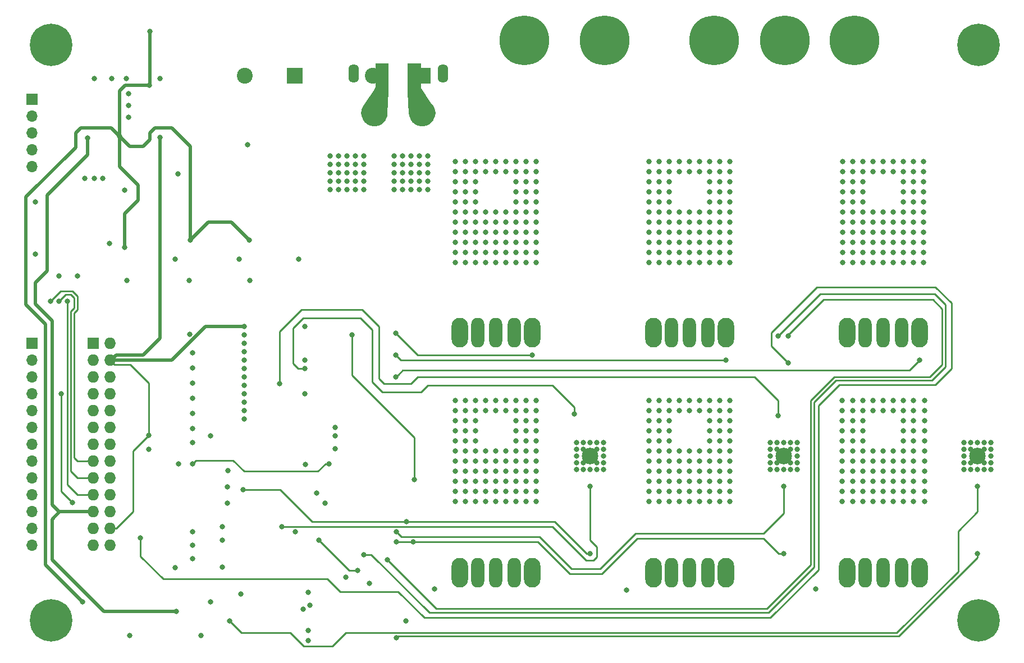
<source format=gbr>
G04 #@! TF.GenerationSoftware,KiCad,Pcbnew,(5.1.5)-3*
G04 #@! TF.CreationDate,2020-12-06T21:02:03-03:00*
G04 #@! TF.ProjectId,InversorPMSM,496e7665-7273-46f7-9250-4d534d2e6b69,rev?*
G04 #@! TF.SameCoordinates,Original*
G04 #@! TF.FileFunction,Copper,L3,Inr*
G04 #@! TF.FilePolarity,Positive*
%FSLAX46Y46*%
G04 Gerber Fmt 4.6, Leading zero omitted, Abs format (unit mm)*
G04 Created by KiCad (PCBNEW (5.1.5)-3) date 2020-12-06 21:02:03*
%MOMM*%
%LPD*%
G04 APERTURE LIST*
%ADD10O,1.600000X2.800000*%
%ADD11C,2.200000*%
%ADD12C,0.150000*%
%ADD13C,2.400000*%
%ADD14R,2.400000X2.400000*%
%ADD15O,1.700000X1.700000*%
%ADD16R,1.700000X1.700000*%
%ADD17C,0.800000*%
%ADD18C,7.500000*%
%ADD19C,6.400000*%
%ADD20O,1.727200X1.727200*%
%ADD21R,1.727200X1.727200*%
%ADD22O,2.000000X4.500000*%
%ADD23O,2.500000X4.500000*%
%ADD24C,2.500000*%
%ADD25C,0.250000*%
%ADD26C,0.500000*%
G04 APERTURE END LIST*
D10*
X147847000Y-68422000D03*
X134347000Y-68422000D03*
D11*
X138557000Y-71247000D03*
X143637000Y-71247000D03*
G04 #@! TA.AperFunction,ViaPad*
D12*
G36*
X139606755Y-66943461D02*
G01*
X139616134Y-66946306D01*
X139624779Y-66950927D01*
X139632355Y-66957145D01*
X139638573Y-66964721D01*
X139643194Y-66973366D01*
X139646039Y-66982745D01*
X139647000Y-66992500D01*
X139647000Y-71247000D01*
X139646280Y-71254304D01*
X139648974Y-71261058D01*
X139650760Y-71270695D01*
X139650880Y-71277399D01*
X139495940Y-74424459D01*
X139494591Y-74433541D01*
X139494591Y-74520135D01*
X139475353Y-74715461D01*
X139437063Y-74907960D01*
X139380088Y-75095780D01*
X139304979Y-75277110D01*
X139212457Y-75450205D01*
X139103415Y-75613399D01*
X138978902Y-75765118D01*
X138840118Y-75903902D01*
X138688399Y-76028415D01*
X138525205Y-76137457D01*
X138352110Y-76229979D01*
X138170780Y-76305088D01*
X137982960Y-76362063D01*
X137790461Y-76400353D01*
X137595135Y-76419591D01*
X137398865Y-76419591D01*
X137203539Y-76400353D01*
X137011040Y-76362063D01*
X136823220Y-76305088D01*
X136641890Y-76229979D01*
X136468795Y-76137457D01*
X136305601Y-76028415D01*
X136153882Y-75903902D01*
X136015098Y-75765118D01*
X135890585Y-75613399D01*
X135781543Y-75450205D01*
X135689021Y-75277110D01*
X135613912Y-75095780D01*
X135556937Y-74907960D01*
X135518647Y-74715461D01*
X135499409Y-74520135D01*
X135499409Y-74323865D01*
X135518647Y-74128539D01*
X135556937Y-73936040D01*
X135613912Y-73748220D01*
X135689021Y-73566890D01*
X135715688Y-73517000D01*
X135715833Y-73516408D01*
X135721546Y-73505043D01*
X135724116Y-73501232D01*
X135781543Y-73393795D01*
X135890585Y-73230601D01*
X135980640Y-73120869D01*
X137563046Y-70774543D01*
X137569297Y-70766993D01*
X137576901Y-70760807D01*
X137588689Y-70755066D01*
X137664860Y-70729676D01*
X137664860Y-66992500D01*
X137665821Y-66982745D01*
X137668666Y-66973366D01*
X137673287Y-66964721D01*
X137679505Y-66957145D01*
X137687081Y-66950927D01*
X137695726Y-66946306D01*
X137705105Y-66943461D01*
X137714860Y-66942500D01*
X139597000Y-66942500D01*
X139606755Y-66943461D01*
G37*
G04 #@! TD.AperFunction*
G04 #@! TA.AperFunction,ViaPad*
G36*
X144472255Y-66943461D02*
G01*
X144481634Y-66946306D01*
X144490279Y-66950927D01*
X144497855Y-66957145D01*
X144504073Y-66964721D01*
X144508694Y-66973366D01*
X144511539Y-66982745D01*
X144512500Y-66992500D01*
X144512500Y-70616432D01*
X144531195Y-70632975D01*
X144539543Y-70642506D01*
X146179298Y-73079365D01*
X146303415Y-73230601D01*
X146412457Y-73393795D01*
X146504979Y-73566890D01*
X146580088Y-73748220D01*
X146637063Y-73936040D01*
X146675353Y-74128539D01*
X146694591Y-74323865D01*
X146694591Y-74520135D01*
X146675353Y-74715461D01*
X146637063Y-74907960D01*
X146580088Y-75095780D01*
X146504979Y-75277110D01*
X146412457Y-75450205D01*
X146303415Y-75613399D01*
X146178902Y-75765118D01*
X146040118Y-75903902D01*
X145888399Y-76028415D01*
X145725205Y-76137457D01*
X145552110Y-76229979D01*
X145370780Y-76305088D01*
X145182960Y-76362063D01*
X144990461Y-76400353D01*
X144795135Y-76419591D01*
X144598865Y-76419591D01*
X144403539Y-76400353D01*
X144211040Y-76362063D01*
X144023220Y-76305088D01*
X143841890Y-76229979D01*
X143668795Y-76137457D01*
X143505601Y-76028415D01*
X143353882Y-75903902D01*
X143215098Y-75765118D01*
X143090585Y-75613399D01*
X142981543Y-75450205D01*
X142889021Y-75277110D01*
X142813912Y-75095780D01*
X142756937Y-74907960D01*
X142718647Y-74715461D01*
X142704661Y-74573463D01*
X142701931Y-74568434D01*
X142699025Y-74559073D01*
X142698058Y-74551411D01*
X142539944Y-71276188D01*
X142538787Y-71274779D01*
X142534166Y-71266134D01*
X142531321Y-71256755D01*
X142530360Y-71247000D01*
X142530360Y-66992500D01*
X142531321Y-66982745D01*
X142534166Y-66973366D01*
X142538787Y-66964721D01*
X142545005Y-66957145D01*
X142552581Y-66950927D01*
X142561226Y-66946306D01*
X142570605Y-66943461D01*
X142580360Y-66942500D01*
X144462500Y-66942500D01*
X144472255Y-66943461D01*
G37*
G04 #@! TD.AperFunction*
D13*
X137280000Y-68834000D03*
D14*
X144780000Y-68834000D03*
D15*
X85852000Y-139700000D03*
X85852000Y-137160000D03*
X85852000Y-134620000D03*
X85852000Y-132080000D03*
X85852000Y-129540000D03*
X85852000Y-127000000D03*
X85852000Y-124460000D03*
X85852000Y-121920000D03*
X85852000Y-119380000D03*
X85852000Y-116840000D03*
X85852000Y-114300000D03*
X85852000Y-111760000D03*
D16*
X85852000Y-109220000D03*
D17*
X211836000Y-61595000D03*
X209931000Y-60706000D03*
X208026000Y-61595000D03*
X207264000Y-63500000D03*
X208026000Y-65405000D03*
X209931000Y-66294000D03*
X211836000Y-65405000D03*
X212725000Y-63500000D03*
D18*
X209931000Y-63500000D03*
D17*
X201295000Y-61595000D03*
X199390000Y-60706000D03*
X197485000Y-61595000D03*
X196723000Y-63500000D03*
X197485000Y-65405000D03*
X199390000Y-66294000D03*
X201295000Y-65405000D03*
X202184000Y-63500000D03*
D18*
X199390000Y-63500000D03*
D17*
X174117000Y-61595000D03*
X172212000Y-60706000D03*
X170307000Y-61595000D03*
X169545000Y-63500000D03*
X170307000Y-65405000D03*
X172212000Y-66294000D03*
X174117000Y-65405000D03*
X175006000Y-63500000D03*
D18*
X172212000Y-63500000D03*
D17*
X190627000Y-61595000D03*
X188722000Y-60706000D03*
X186817000Y-61595000D03*
X186055000Y-63500000D03*
X186817000Y-65405000D03*
X188722000Y-66294000D03*
X190627000Y-65405000D03*
X191516000Y-63500000D03*
D18*
X188722000Y-63500000D03*
D17*
X162052000Y-61595000D03*
X160147000Y-60706000D03*
X158242000Y-61595000D03*
X157480000Y-63500000D03*
X158242000Y-65405000D03*
X160147000Y-66294000D03*
X162052000Y-65405000D03*
X162941000Y-63500000D03*
D18*
X160147000Y-63500000D03*
D14*
X125476000Y-68834000D03*
D13*
X117976000Y-68834000D03*
D15*
X85852000Y-82550000D03*
X85852000Y-80010000D03*
X85852000Y-77470000D03*
X85852000Y-74930000D03*
D16*
X85852000Y-72390000D03*
D17*
X90470056Y-149305944D03*
X88773000Y-148603000D03*
X87075944Y-149305944D03*
X86373000Y-151003000D03*
X87075944Y-152700056D03*
X88773000Y-153403000D03*
X90470056Y-152700056D03*
X91173000Y-151003000D03*
D19*
X88773000Y-151003000D03*
D17*
X90470056Y-62437944D03*
X88773000Y-61735000D03*
X87075944Y-62437944D03*
X86373000Y-64135000D03*
X87075944Y-65832056D03*
X88773000Y-66535000D03*
X90470056Y-65832056D03*
X91173000Y-64135000D03*
D19*
X88773000Y-64135000D03*
D17*
X230297056Y-62437944D03*
X228600000Y-61735000D03*
X226902944Y-62437944D03*
X226200000Y-64135000D03*
X226902944Y-65832056D03*
X228600000Y-66535000D03*
X230297056Y-65832056D03*
X231000000Y-64135000D03*
D19*
X228600000Y-64135000D03*
D17*
X230297056Y-149305944D03*
X228600000Y-148603000D03*
X226902944Y-149305944D03*
X226200000Y-151003000D03*
X226902944Y-152700056D03*
X228600000Y-153403000D03*
X230297056Y-152700056D03*
X231000000Y-151003000D03*
D19*
X228600000Y-151003000D03*
D20*
X97663000Y-139700000D03*
X95123000Y-139700000D03*
X97663000Y-137160000D03*
X95123000Y-137160000D03*
X97663000Y-134620000D03*
X95123000Y-134620000D03*
X97663000Y-132080000D03*
X95123000Y-132080000D03*
X97663000Y-129540000D03*
X95123000Y-129540000D03*
X97663000Y-127000000D03*
X95123000Y-127000000D03*
X97663000Y-124460000D03*
X95123000Y-124460000D03*
X97663000Y-121920000D03*
X95123000Y-121920000D03*
X97663000Y-119380000D03*
X95123000Y-119380000D03*
X97663000Y-116840000D03*
X95123000Y-116840000D03*
X97663000Y-114300000D03*
X95123000Y-114300000D03*
X97663000Y-111760000D03*
X95123000Y-111760000D03*
X97663000Y-109220000D03*
D21*
X95123000Y-109220000D03*
D22*
X216989000Y-143811500D03*
X211509000Y-143811500D03*
D23*
X208788000Y-143811500D03*
D22*
X214238000Y-143811500D03*
D23*
X219688000Y-143811500D03*
D22*
X216989000Y-107616500D03*
X211509000Y-107616500D03*
D23*
X208788000Y-107616500D03*
D22*
X214238000Y-107616500D03*
D23*
X219688000Y-107616500D03*
D22*
X187779000Y-143811500D03*
X182299000Y-143811500D03*
D23*
X179578000Y-143811500D03*
D22*
X185028000Y-143811500D03*
D23*
X190478000Y-143811500D03*
D22*
X187779000Y-107616500D03*
X182299000Y-107616500D03*
D23*
X179578000Y-107616500D03*
D22*
X185028000Y-107616500D03*
D23*
X190478000Y-107616500D03*
D22*
X158569000Y-143811500D03*
X153089000Y-143811500D03*
D23*
X150368000Y-143811500D03*
D22*
X155818000Y-143811500D03*
D23*
X161268000Y-143811500D03*
D22*
X158569000Y-107616500D03*
X153089000Y-107616500D03*
D23*
X150368000Y-107616500D03*
D22*
X155818000Y-107616500D03*
D23*
X161268000Y-107616500D03*
D17*
X125603000Y-137668000D03*
X115380000Y-128397000D03*
X127000000Y-106680000D03*
X115284500Y-130905500D03*
X127000000Y-111760000D03*
X115316000Y-133287000D03*
X127000000Y-116840000D03*
X158877000Y-97028000D03*
X157353000Y-97028000D03*
X155829000Y-97028000D03*
X154305000Y-97028000D03*
X149733000Y-97028000D03*
X152781000Y-97028000D03*
X151257000Y-97028000D03*
X160401000Y-97028000D03*
X161925000Y-97028000D03*
X152781000Y-95504000D03*
X155829000Y-95504000D03*
X157353000Y-95504000D03*
X158877000Y-95504000D03*
X151257000Y-95504000D03*
X149733000Y-95504000D03*
X154305000Y-95504000D03*
X160401000Y-95504000D03*
X161925000Y-95504000D03*
X152781000Y-93980000D03*
X157353000Y-93980000D03*
X158877000Y-93980000D03*
X151257000Y-93980000D03*
X161925000Y-93980000D03*
X154305000Y-93980000D03*
X155829000Y-93980000D03*
X160401000Y-93980000D03*
X149733000Y-93980000D03*
X157353000Y-92456000D03*
X155829000Y-92456000D03*
X154305000Y-92456000D03*
X160401000Y-92456000D03*
X158877000Y-92456000D03*
X152781000Y-92456000D03*
X161925000Y-92456000D03*
X151257000Y-92456000D03*
X149733000Y-92456000D03*
X152781000Y-90932000D03*
X161925000Y-90932000D03*
X160401000Y-90932000D03*
X155829000Y-90932000D03*
X149733000Y-90932000D03*
X151257000Y-90932000D03*
X157353000Y-90932000D03*
X158877000Y-90932000D03*
X154305000Y-90932000D03*
X151257000Y-89408000D03*
X154305000Y-89408000D03*
X155829000Y-89408000D03*
X157353000Y-89408000D03*
X149733000Y-89408000D03*
X158877000Y-89408000D03*
X160401000Y-89408000D03*
X161925000Y-89408000D03*
X152781000Y-89408000D03*
X161925000Y-87884000D03*
X158877000Y-87884000D03*
X152781000Y-87884000D03*
X149733000Y-87884000D03*
X151257000Y-87884000D03*
X160401000Y-87884000D03*
X152781000Y-86360000D03*
X151257000Y-86360000D03*
X149733000Y-86360000D03*
X161925000Y-86360000D03*
X158877000Y-86360000D03*
X160401000Y-86360000D03*
X149733000Y-84836000D03*
X151257000Y-84836000D03*
X158877000Y-84836000D03*
X161925000Y-84836000D03*
X160401000Y-84836000D03*
X152781000Y-84836000D03*
X158877000Y-83312000D03*
X152781000Y-83312000D03*
X149733000Y-83312000D03*
X160401000Y-83312000D03*
X151257000Y-83312000D03*
X161925000Y-83312000D03*
X157353000Y-83312000D03*
X154305000Y-83312000D03*
X155829000Y-83312000D03*
X158877000Y-81788000D03*
X152781000Y-81788000D03*
X154305000Y-81788000D03*
X149733000Y-81788000D03*
X160401000Y-81788000D03*
X151257000Y-81788000D03*
X155829000Y-81788000D03*
X157353000Y-81788000D03*
X161925000Y-81788000D03*
X181991000Y-97028000D03*
X185039000Y-97028000D03*
X186563000Y-97028000D03*
X188087000Y-97028000D03*
X180467000Y-97028000D03*
X178943000Y-97028000D03*
X183515000Y-97028000D03*
X189611000Y-97028000D03*
X191135000Y-97028000D03*
X181991000Y-95504000D03*
X186563000Y-95504000D03*
X186563000Y-93980000D03*
X185039000Y-93980000D03*
X188087000Y-95504000D03*
X183515000Y-93980000D03*
X189611000Y-93980000D03*
X188087000Y-93980000D03*
X181991000Y-93980000D03*
X180467000Y-95504000D03*
X191135000Y-95504000D03*
X183515000Y-95504000D03*
X191135000Y-93980000D03*
X180467000Y-93980000D03*
X185039000Y-95504000D03*
X178943000Y-93980000D03*
X189611000Y-95504000D03*
X178943000Y-95504000D03*
X191135000Y-89408000D03*
X181991000Y-92456000D03*
X186563000Y-89408000D03*
X188087000Y-89408000D03*
X180467000Y-90932000D03*
X183515000Y-90932000D03*
X191135000Y-92456000D03*
X185039000Y-90932000D03*
X181991000Y-89408000D03*
X189611000Y-92456000D03*
X186563000Y-90932000D03*
X183515000Y-89408000D03*
X178943000Y-89408000D03*
X178943000Y-90932000D03*
X188087000Y-90932000D03*
X185039000Y-92456000D03*
X180467000Y-89408000D03*
X189611000Y-89408000D03*
X185039000Y-89408000D03*
X178943000Y-92456000D03*
X180467000Y-92456000D03*
X189611000Y-90932000D03*
X191135000Y-90932000D03*
X186563000Y-92456000D03*
X181991000Y-90932000D03*
X188087000Y-92456000D03*
X183515000Y-92456000D03*
X188087000Y-84836000D03*
X188087000Y-83312000D03*
X178943000Y-86360000D03*
X181991000Y-87884000D03*
X181991000Y-84836000D03*
X181991000Y-83312000D03*
X178943000Y-84836000D03*
X183515000Y-83312000D03*
X178943000Y-83312000D03*
X189611000Y-83312000D03*
X180467000Y-87884000D03*
X180467000Y-83312000D03*
X178943000Y-87884000D03*
X185039000Y-83312000D03*
X191135000Y-87884000D03*
X180467000Y-86360000D03*
X189611000Y-84836000D03*
X180467000Y-84836000D03*
X186563000Y-83312000D03*
X188087000Y-86360000D03*
X188087000Y-87884000D03*
X191135000Y-84836000D03*
X191135000Y-86360000D03*
X189611000Y-86360000D03*
X191135000Y-83312000D03*
X181991000Y-86360000D03*
X189611000Y-87884000D03*
X185039000Y-81788000D03*
X186563000Y-81788000D03*
X178943000Y-81788000D03*
X183515000Y-81788000D03*
X189611000Y-81788000D03*
X180467000Y-81788000D03*
X188087000Y-81788000D03*
X181991000Y-81788000D03*
X191135000Y-81788000D03*
X211201000Y-97028000D03*
X214249000Y-97028000D03*
X215773000Y-97028000D03*
X217297000Y-97028000D03*
X209677000Y-97028000D03*
X208153000Y-97028000D03*
X212725000Y-97028000D03*
X218821000Y-97028000D03*
X220345000Y-97028000D03*
X211201000Y-95504000D03*
X215773000Y-95504000D03*
X215773000Y-93980000D03*
X214249000Y-93980000D03*
X217297000Y-95504000D03*
X212725000Y-93980000D03*
X218821000Y-93980000D03*
X217297000Y-93980000D03*
X211201000Y-93980000D03*
X209677000Y-95504000D03*
X220345000Y-95504000D03*
X212725000Y-95504000D03*
X220345000Y-93980000D03*
X209677000Y-93980000D03*
X214249000Y-95504000D03*
X208153000Y-93980000D03*
X218821000Y-95504000D03*
X208153000Y-95504000D03*
X220345000Y-89408000D03*
X211201000Y-92456000D03*
X215773000Y-89408000D03*
X217297000Y-89408000D03*
X209677000Y-90932000D03*
X212725000Y-90932000D03*
X220345000Y-92456000D03*
X214249000Y-90932000D03*
X211201000Y-89408000D03*
X218821000Y-92456000D03*
X215773000Y-90932000D03*
X212725000Y-89408000D03*
X208153000Y-89408000D03*
X208153000Y-90932000D03*
X217297000Y-90932000D03*
X214249000Y-92456000D03*
X209677000Y-89408000D03*
X218821000Y-89408000D03*
X214249000Y-89408000D03*
X208153000Y-92456000D03*
X209677000Y-92456000D03*
X218821000Y-90932000D03*
X220345000Y-90932000D03*
X215773000Y-92456000D03*
X211201000Y-90932000D03*
X217297000Y-92456000D03*
X212725000Y-92456000D03*
X217297000Y-84836000D03*
X217297000Y-83312000D03*
X208153000Y-86360000D03*
X211201000Y-87884000D03*
X211201000Y-84836000D03*
X211201000Y-83312000D03*
X208153000Y-84836000D03*
X212725000Y-83312000D03*
X208153000Y-83312000D03*
X218821000Y-83312000D03*
X209677000Y-87884000D03*
X209677000Y-83312000D03*
X208153000Y-87884000D03*
X214249000Y-83312000D03*
X220345000Y-87884000D03*
X209677000Y-86360000D03*
X218821000Y-84836000D03*
X209677000Y-84836000D03*
X215773000Y-83312000D03*
X217297000Y-86360000D03*
X217297000Y-87884000D03*
X220345000Y-84836000D03*
X220345000Y-86360000D03*
X218821000Y-86360000D03*
X220345000Y-83312000D03*
X211201000Y-86360000D03*
X218821000Y-87884000D03*
X214249000Y-81788000D03*
X215773000Y-81788000D03*
X208153000Y-81788000D03*
X212725000Y-81788000D03*
X218821000Y-81788000D03*
X209677000Y-81788000D03*
X217297000Y-81788000D03*
X211201000Y-81788000D03*
X220345000Y-81788000D03*
X170053000Y-140970000D03*
X199263000Y-140970000D03*
X228473000Y-140970000D03*
X170053000Y-130810000D03*
X170053000Y-128270000D03*
X199263000Y-128270000D03*
X228473000Y-128270000D03*
X228473000Y-130810000D03*
D24*
X199263000Y-126238000D03*
X170053000Y-126238000D03*
X228473000Y-126238000D03*
D17*
X123571000Y-136906000D03*
X127508000Y-154051000D03*
X127508000Y-146812000D03*
X127508000Y-152527000D03*
X126746000Y-149352000D03*
X212725000Y-131572000D03*
X211201000Y-131572000D03*
X214249000Y-131572000D03*
X215773000Y-131572000D03*
X218821000Y-131572000D03*
X209677000Y-131572000D03*
X217297000Y-131572000D03*
X220472000Y-131572000D03*
X208026000Y-131572000D03*
X217297000Y-119380000D03*
X211201000Y-119380000D03*
X218821000Y-119380000D03*
X208026000Y-119380000D03*
X209677000Y-119380000D03*
X220472000Y-119380000D03*
X218821000Y-117856000D03*
X217297000Y-117856000D03*
X211201000Y-117856000D03*
X209677000Y-117856000D03*
X208026000Y-117856000D03*
X220472000Y-117856000D03*
X209677000Y-133096000D03*
X217297000Y-133096000D03*
X208026000Y-133096000D03*
X218821000Y-133096000D03*
X220472000Y-133096000D03*
X212725000Y-133096000D03*
X214249000Y-133096000D03*
X211201000Y-133096000D03*
X215773000Y-133096000D03*
X211201000Y-130048000D03*
X212725000Y-130048000D03*
X215773000Y-130048000D03*
X214249000Y-130048000D03*
X220472000Y-130048000D03*
X217297000Y-130048000D03*
X209677000Y-130048000D03*
X208026000Y-130048000D03*
X218821000Y-130048000D03*
X209677000Y-128524000D03*
X217297000Y-128524000D03*
X220472000Y-128524000D03*
X208026000Y-128524000D03*
X211201000Y-128524000D03*
X218821000Y-128524000D03*
X212725000Y-128524000D03*
X215773000Y-128524000D03*
X214249000Y-128524000D03*
X217297000Y-127000000D03*
X214249000Y-127000000D03*
X211201000Y-127000000D03*
X212725000Y-127000000D03*
X208026000Y-127000000D03*
X220472000Y-127000000D03*
X215773000Y-127000000D03*
X218821000Y-127000000D03*
X209677000Y-127000000D03*
X215773000Y-125476000D03*
X211201000Y-125476000D03*
X208026000Y-125476000D03*
X218821000Y-125476000D03*
X209677000Y-125476000D03*
X217297000Y-125476000D03*
X220472000Y-125476000D03*
X214249000Y-125476000D03*
X212725000Y-125476000D03*
X208026000Y-123952000D03*
X211201000Y-123952000D03*
X218821000Y-123952000D03*
X217297000Y-123952000D03*
X209677000Y-123952000D03*
X220472000Y-123952000D03*
X208026000Y-122428000D03*
X217297000Y-122428000D03*
X209677000Y-122428000D03*
X117094000Y-96520000D03*
X126110992Y-96520000D03*
X107442000Y-96520000D03*
X86360000Y-87884000D03*
X198374000Y-108077000D03*
X130810000Y-85979000D03*
X140462000Y-82169000D03*
X145542000Y-83439000D03*
X141732000Y-84709000D03*
X143002000Y-82169000D03*
X144272000Y-83439000D03*
X141732000Y-83439000D03*
X140462000Y-85979000D03*
X141732000Y-82169000D03*
X144272000Y-85979000D03*
X145542000Y-82169000D03*
X145542000Y-85979000D03*
X144272000Y-82169000D03*
X145542000Y-84709000D03*
X143002000Y-85979000D03*
X143002000Y-84709000D03*
X141732000Y-85979000D03*
X140462000Y-83439000D03*
X140462000Y-84709000D03*
X144272000Y-84709000D03*
X143002000Y-83439000D03*
X140462000Y-80899000D03*
X141732000Y-80899000D03*
X144272000Y-80899000D03*
X143002000Y-80899000D03*
X145542000Y-80899000D03*
X107416500Y-143027500D03*
X100584000Y-153289000D03*
X97917000Y-69215000D03*
X118364000Y-79248000D03*
X117856000Y-107950000D03*
X109634952Y-107856952D03*
X110109000Y-110617000D03*
X117856000Y-109220000D03*
X110109000Y-112903000D03*
X117856000Y-110490000D03*
X110109000Y-115189000D03*
X117856000Y-111760000D03*
X110109000Y-117475000D03*
X117856000Y-113030000D03*
X110109000Y-119761000D03*
X117856000Y-114300000D03*
X107905500Y-83648500D03*
X107583000Y-149620000D03*
X94234000Y-78232000D03*
X99060000Y-77978000D03*
X103632000Y-62103000D03*
X109768000Y-93599000D03*
X99822000Y-94742000D03*
X112776000Y-148209000D03*
X93472000Y-148209000D03*
X118618000Y-93599000D03*
X103530500Y-70256500D03*
X110109000Y-127381000D03*
X135001000Y-143510000D03*
X129159000Y-138938000D03*
X130683000Y-127381000D03*
X114554000Y-136906000D03*
X128778000Y-131826000D03*
X114554000Y-138938000D03*
X117348000Y-147066000D03*
X220472000Y-122428000D03*
X211201000Y-122428000D03*
X218821000Y-122428000D03*
X211201000Y-120904000D03*
X217297000Y-120904000D03*
X220472000Y-120904000D03*
X209677000Y-120904000D03*
X218821000Y-120904000D03*
X208026000Y-120904000D03*
X181991000Y-131572000D03*
X186563000Y-131572000D03*
X188087000Y-131572000D03*
X180467000Y-131572000D03*
X191135000Y-131572000D03*
X183515000Y-131572000D03*
X185039000Y-131572000D03*
X189611000Y-131572000D03*
X178943000Y-131572000D03*
X188087000Y-119380000D03*
X181991000Y-119380000D03*
X183515000Y-119380000D03*
X178943000Y-119380000D03*
X189611000Y-119380000D03*
X180467000Y-119380000D03*
X185039000Y-119380000D03*
X186563000Y-119380000D03*
X191135000Y-119380000D03*
X185039000Y-117856000D03*
X186563000Y-117856000D03*
X178943000Y-117856000D03*
X183515000Y-117856000D03*
X189611000Y-117856000D03*
X180467000Y-117856000D03*
X188087000Y-117856000D03*
X181991000Y-117856000D03*
X191135000Y-117856000D03*
X181991000Y-120904000D03*
X178943000Y-120904000D03*
X188087000Y-120904000D03*
X180467000Y-120904000D03*
X189611000Y-120904000D03*
X191135000Y-120904000D03*
X191135000Y-122428000D03*
X189611000Y-122428000D03*
X180467000Y-122428000D03*
X188087000Y-122428000D03*
X183515000Y-125476000D03*
X186563000Y-125476000D03*
X185039000Y-125476000D03*
X178943000Y-122428000D03*
X181991000Y-122428000D03*
X180467000Y-123952000D03*
X178943000Y-123952000D03*
X189611000Y-123952000D03*
X191135000Y-123952000D03*
X181991000Y-123952000D03*
X188087000Y-123952000D03*
X191135000Y-125476000D03*
X178943000Y-125476000D03*
X181991000Y-125476000D03*
X189611000Y-125476000D03*
X180467000Y-125476000D03*
X188087000Y-125476000D03*
X186563000Y-127000000D03*
X188087000Y-127000000D03*
X178943000Y-127000000D03*
X189611000Y-127000000D03*
X180467000Y-127000000D03*
X185039000Y-127000000D03*
X191135000Y-127000000D03*
X183515000Y-127000000D03*
X181991000Y-127000000D03*
X186563000Y-128524000D03*
X181991000Y-128524000D03*
X185039000Y-128524000D03*
X183515000Y-128524000D03*
X191135000Y-128524000D03*
X188087000Y-128524000D03*
X189611000Y-128524000D03*
X178943000Y-128524000D03*
X180467000Y-128524000D03*
X186563000Y-130048000D03*
X191135000Y-130048000D03*
X180467000Y-130048000D03*
X185039000Y-130048000D03*
X178943000Y-130048000D03*
X189611000Y-130048000D03*
X183515000Y-130048000D03*
X181991000Y-130048000D03*
X188087000Y-130048000D03*
X183515000Y-133096000D03*
X191135000Y-133096000D03*
X178943000Y-133096000D03*
X185039000Y-133096000D03*
X186563000Y-133096000D03*
X180467000Y-133096000D03*
X181991000Y-133096000D03*
X189611000Y-133096000D03*
X188087000Y-133096000D03*
X161925000Y-127000000D03*
X152781000Y-125476000D03*
X151257000Y-127000000D03*
X149733000Y-127000000D03*
X158877000Y-131572000D03*
X157353000Y-125476000D03*
X160401000Y-125476000D03*
X154305000Y-130048000D03*
X155829000Y-125476000D03*
X149733000Y-128524000D03*
X155829000Y-127000000D03*
X160401000Y-133096000D03*
X152781000Y-130048000D03*
X160401000Y-131572000D03*
X157353000Y-131572000D03*
X157353000Y-128524000D03*
X154305000Y-133096000D03*
X152781000Y-133096000D03*
X152781000Y-128524000D03*
X158877000Y-133096000D03*
X151257000Y-131572000D03*
X158877000Y-125476000D03*
X160401000Y-128524000D03*
X161925000Y-133096000D03*
X151257000Y-125476000D03*
X158877000Y-128524000D03*
X160401000Y-130048000D03*
X154305000Y-128524000D03*
X158877000Y-120904000D03*
X158877000Y-130048000D03*
X151257000Y-128524000D03*
X158877000Y-119380000D03*
X154305000Y-131572000D03*
X161925000Y-130048000D03*
X155829000Y-133096000D03*
X151257000Y-130048000D03*
X152781000Y-127000000D03*
X157353000Y-127000000D03*
X149733000Y-122428000D03*
X152781000Y-123952000D03*
X157353000Y-130048000D03*
X155829000Y-130048000D03*
X152781000Y-120904000D03*
X161925000Y-131572000D03*
X157353000Y-133096000D03*
X154305000Y-127000000D03*
X149733000Y-130048000D03*
X152781000Y-119380000D03*
X151257000Y-133096000D03*
X149733000Y-125476000D03*
X149733000Y-133096000D03*
X161925000Y-125476000D03*
X152781000Y-131572000D03*
X154305000Y-125476000D03*
X149733000Y-120904000D03*
X149733000Y-131572000D03*
X161925000Y-128524000D03*
X155829000Y-131572000D03*
X158877000Y-127000000D03*
X160401000Y-127000000D03*
X155829000Y-128524000D03*
X155829000Y-119380000D03*
X149733000Y-119380000D03*
X157353000Y-117856000D03*
X152781000Y-117856000D03*
X160401000Y-119380000D03*
X154305000Y-117856000D03*
X161925000Y-123952000D03*
X151257000Y-123952000D03*
X161925000Y-117856000D03*
X157353000Y-119380000D03*
X160401000Y-123952000D03*
X158877000Y-122428000D03*
X155829000Y-117856000D03*
X160401000Y-120904000D03*
X151257000Y-119380000D03*
X152781000Y-122428000D03*
X149733000Y-123952000D03*
X151257000Y-120904000D03*
X160401000Y-122428000D03*
X158877000Y-117856000D03*
X158877000Y-123952000D03*
X151257000Y-117856000D03*
X161925000Y-119380000D03*
X149733000Y-117856000D03*
X161925000Y-122428000D03*
X151257000Y-122428000D03*
X154305000Y-119380000D03*
X161925000Y-120904000D03*
X160401000Y-117856000D03*
X117856000Y-106680000D03*
X105156000Y-78105000D03*
X110109000Y-122047000D03*
X100457000Y-75057000D03*
X95250000Y-69215000D03*
X93853000Y-84328000D03*
X130048000Y-133350000D03*
X114553996Y-143002000D03*
X215773000Y-119380000D03*
X212725000Y-117856000D03*
X215773000Y-117856000D03*
X214249000Y-119380000D03*
X214249000Y-117856000D03*
X212725000Y-119380000D03*
X219710000Y-111760000D03*
X190500000Y-111760000D03*
X161290000Y-110998000D03*
X103505000Y-123063000D03*
X103505000Y-125222000D03*
X117856000Y-116840000D03*
X136779000Y-145415000D03*
X142240000Y-151130000D03*
X91186000Y-102870000D03*
X89916000Y-102870000D03*
X88646000Y-102870000D03*
X100457000Y-73279000D03*
X100076000Y-69215000D03*
X95250000Y-84328000D03*
X100457000Y-71501000D03*
X105156000Y-69215000D03*
X96520000Y-84328000D03*
X100203000Y-99695004D03*
X97536000Y-94107000D03*
X92710000Y-99060000D03*
X109601000Y-99695000D03*
X118745000Y-99695000D03*
X89916000Y-99060006D03*
X86360000Y-95758000D03*
X99822000Y-86106000D03*
X110109000Y-124206000D03*
X117856000Y-118110000D03*
X117856000Y-115570000D03*
X107953750Y-127377250D03*
X117856000Y-119380000D03*
X134112000Y-107950000D03*
X143510000Y-129794000D03*
X146558000Y-146304000D03*
X131572000Y-121920000D03*
X127000000Y-113030000D03*
X167640000Y-119888000D03*
X131572000Y-123190000D03*
X175514000Y-146431000D03*
X198374000Y-120142000D03*
X123190000Y-115316000D03*
X131572000Y-125095000D03*
X204089000Y-146304000D03*
X171069000Y-128270000D03*
X172085000Y-128270000D03*
X172085000Y-127254000D03*
X172085000Y-126238000D03*
X172085000Y-125222000D03*
X172085000Y-124206000D03*
X171069000Y-124206000D03*
X170053000Y-124206000D03*
X169037000Y-124206000D03*
X168021000Y-124206000D03*
X168021000Y-125222000D03*
X168021000Y-126238000D03*
X169037000Y-125222000D03*
X171069000Y-125222000D03*
X171069000Y-127254000D03*
X169037000Y-127254000D03*
X168021000Y-127254000D03*
X168021000Y-128270000D03*
X169037000Y-128270000D03*
X229489000Y-128270000D03*
X230505000Y-128270000D03*
X230505000Y-127254000D03*
X230505000Y-126238000D03*
X230505000Y-125222000D03*
X230505000Y-124206000D03*
X229489000Y-124206000D03*
X228473000Y-124206000D03*
X227457000Y-124206000D03*
X226441000Y-124206000D03*
X226441000Y-126238000D03*
X226441000Y-125222000D03*
X226441000Y-127254000D03*
X226441000Y-128270000D03*
X227457000Y-128270000D03*
X227457000Y-127254000D03*
X227457000Y-125222000D03*
X229489000Y-125222000D03*
X229489000Y-127254000D03*
X200279000Y-128270000D03*
X201295000Y-128270000D03*
X201295000Y-127254000D03*
X201295000Y-126238000D03*
X201295000Y-125222000D03*
X201295000Y-124206000D03*
X200279000Y-124206000D03*
X199263000Y-124206000D03*
X198247000Y-124206000D03*
X197231000Y-124206000D03*
X197231000Y-125222000D03*
X197231000Y-126238000D03*
X197231000Y-127254000D03*
X197231000Y-128270000D03*
X198247000Y-128270000D03*
X198247000Y-127254000D03*
X200279000Y-127254000D03*
X200279000Y-125222000D03*
X198247000Y-125222000D03*
X132080000Y-85979000D03*
X133350000Y-85979000D03*
X134620000Y-85979000D03*
X135890000Y-85979000D03*
X133350000Y-84709000D03*
X134620000Y-84709000D03*
X132080000Y-84709000D03*
X135890000Y-84709000D03*
X130810000Y-84709000D03*
X132080000Y-83439000D03*
X134620000Y-83439000D03*
X130810000Y-83439000D03*
X133350000Y-83439000D03*
X135890000Y-83439000D03*
X133350000Y-82169000D03*
X132080000Y-82169000D03*
X135890000Y-82169000D03*
X130810000Y-82169000D03*
X134620000Y-82169000D03*
X135890000Y-80899000D03*
X132080000Y-80899000D03*
X133350000Y-80899000D03*
X130810000Y-80899000D03*
X134620000Y-80899000D03*
X127762000Y-148717000D03*
X133223000Y-144526000D03*
X127127000Y-127508000D03*
X117856000Y-120650000D03*
X111379000Y-153289000D03*
X112801500Y-123164500D03*
X199263000Y-130810000D03*
X140843000Y-137668000D03*
X115697000Y-151130000D03*
X142367000Y-136144000D03*
X117729000Y-131318000D03*
X139446000Y-141859000D03*
X199898000Y-108077000D03*
X140716000Y-114300000D03*
X140716000Y-110998000D03*
X140716000Y-107696000D03*
X199898000Y-112141000D03*
X90297000Y-116840000D03*
X91948000Y-133223000D03*
X102235000Y-138557000D03*
X135890000Y-141097000D03*
X143383000Y-139192000D03*
X140843000Y-139192000D03*
X140843000Y-153670000D03*
X110109000Y-137668000D03*
X110109000Y-139700000D03*
X110109000Y-141732000D03*
D25*
X170053000Y-141223994D02*
X169926006Y-141223994D01*
X92964000Y-134620000D02*
X94996000Y-134620000D01*
D26*
X95123000Y-134620000D02*
X93901686Y-134620000D01*
X93901686Y-134620000D02*
X93091000Y-134620000D01*
D25*
X93091000Y-134620000D02*
X92964000Y-134620000D01*
D26*
X91186000Y-134620000D02*
X93091000Y-134620000D01*
X99822000Y-94742000D02*
X99822000Y-89662000D01*
X99822000Y-89662000D02*
X101854000Y-87630000D01*
X101854000Y-87630000D02*
X101854000Y-85344000D01*
X99060000Y-82550000D02*
X99060000Y-77978000D01*
X101854000Y-85344000D02*
X99060000Y-82550000D01*
X99060000Y-77978000D02*
X99060000Y-71120000D01*
X99923500Y-70256500D02*
X103530500Y-70256500D01*
X99060000Y-71120000D02*
X99923500Y-70256500D01*
X103632000Y-70155000D02*
X103530500Y-70256500D01*
X103632000Y-62103000D02*
X103632000Y-70155000D01*
X118618000Y-93599000D02*
X115951000Y-90932000D01*
X112435000Y-90932000D02*
X109768000Y-93599000D01*
X115951000Y-90932000D02*
X112435000Y-90932000D01*
X100584000Y-79502000D02*
X99060000Y-77978000D01*
X102616000Y-79502000D02*
X100584000Y-79502000D01*
X103632000Y-78486000D02*
X102616000Y-79502000D01*
X103632000Y-77470000D02*
X103632000Y-78486000D01*
X109728000Y-93559000D02*
X109728000Y-79502000D01*
X109768000Y-93599000D02*
X109728000Y-93559000D01*
X109728000Y-79502000D02*
X106934000Y-76708000D01*
X106934000Y-76708000D02*
X104394000Y-76708000D01*
X104394000Y-76708000D02*
X103632000Y-77470000D01*
D25*
X133731000Y-143510000D02*
X135001000Y-143510000D01*
X129159000Y-138938000D02*
X133731000Y-143510000D01*
X130117315Y-127381000D02*
X128974315Y-128524000D01*
X130683000Y-127381000D02*
X130117315Y-127381000D01*
X128974315Y-128524000D02*
X117856000Y-128524000D01*
X117856000Y-128524000D02*
X116205000Y-126873000D01*
X110617000Y-126873000D02*
X110109000Y-127381000D01*
X116205000Y-126873000D02*
X110617000Y-126873000D01*
D26*
X112014000Y-106680000D02*
X117856000Y-106680000D01*
X97536000Y-111760000D02*
X106934000Y-111760000D01*
X106934000Y-111760000D02*
X112014000Y-106680000D01*
D25*
X103505000Y-123063000D02*
X101092000Y-125476000D01*
X101092000Y-125476000D02*
X101092000Y-133731000D01*
X101092000Y-133731000D02*
X101092000Y-134620000D01*
X101092000Y-134620000D02*
X98933000Y-136779000D01*
X98933000Y-136779000D02*
X98552000Y-137160000D01*
X98552000Y-137160000D02*
X97536000Y-137160000D01*
D26*
X102616000Y-110998000D02*
X98552000Y-110998000D01*
X98552000Y-110998000D02*
X97790000Y-111760000D01*
X105156000Y-78105000D02*
X105156000Y-108458000D01*
X105156000Y-108458000D02*
X102616000Y-110998000D01*
D25*
X98298000Y-112395000D02*
X97790000Y-111887000D01*
X100711000Y-112395000D02*
X98298000Y-112395000D01*
X97790000Y-111887000D02*
X97790000Y-111760000D01*
X103505000Y-123063000D02*
X103505000Y-115189000D01*
X103505000Y-115189000D02*
X100711000Y-112395000D01*
X91186000Y-102870000D02*
X91186000Y-130556000D01*
X91186000Y-130556000D02*
X92710000Y-132080000D01*
X92710000Y-132080000D02*
X94996000Y-132080000D01*
X91694000Y-128524000D02*
X92710000Y-129540000D01*
X90932000Y-101854000D02*
X91694000Y-101854000D01*
X89916000Y-102870000D02*
X90932000Y-101854000D01*
X92710000Y-129540000D02*
X95250000Y-129540000D01*
X92202000Y-103886000D02*
X91694000Y-104394000D01*
X91694000Y-104394000D02*
X91694000Y-128524000D01*
X91694000Y-101854000D02*
X92202000Y-102362000D01*
X92202000Y-102362000D02*
X92202000Y-103886000D01*
X95123000Y-127000000D02*
X92710000Y-127000000D01*
X92710000Y-127000000D02*
X92202000Y-126492000D01*
X92202000Y-126492000D02*
X92202000Y-104648000D01*
X92202000Y-104648000D02*
X92710000Y-104140000D01*
X92710000Y-104140000D02*
X92710000Y-102108000D01*
X92710000Y-102108000D02*
X91948000Y-101346000D01*
X90170000Y-101346000D02*
X88646000Y-102870000D01*
X91948000Y-101346000D02*
X90170000Y-101346000D01*
X143510000Y-129794000D02*
X143510000Y-129794000D01*
X143510000Y-123444000D02*
X143510000Y-129794000D01*
X134112000Y-107950000D02*
X134112000Y-114046000D01*
X134112000Y-114046000D02*
X143510000Y-123444000D01*
X167640000Y-119888000D02*
X167640000Y-119888000D01*
X164338000Y-115570000D02*
X167640000Y-118872000D01*
X126746000Y-105410000D02*
X135382000Y-105410000D01*
X125222000Y-112268000D02*
X125222000Y-106934000D01*
X127000000Y-113030000D02*
X125984000Y-113030000D01*
X125984000Y-113030000D02*
X125222000Y-112268000D01*
X125222000Y-106934000D02*
X126746000Y-105410000D01*
X135382000Y-105410000D02*
X137160000Y-107188000D01*
X137160000Y-107188000D02*
X137160000Y-115062000D01*
X138684000Y-116586000D02*
X144526000Y-116586000D01*
X144526000Y-116586000D02*
X145542000Y-115570000D01*
X167640000Y-118872000D02*
X167640000Y-119888000D01*
X137160000Y-115062000D02*
X138684000Y-116586000D01*
X145542000Y-115570000D02*
X164338000Y-115570000D01*
X198374000Y-120142000D02*
X198374000Y-120142000D01*
X198374000Y-117856000D02*
X198374000Y-120142000D01*
X194818000Y-114300000D02*
X198374000Y-117856000D01*
X144018000Y-114300000D02*
X194818000Y-114300000D01*
X143002000Y-115316000D02*
X144018000Y-114300000D01*
X138176000Y-114554000D02*
X138938000Y-115316000D01*
X123190000Y-115316000D02*
X123190000Y-107442000D01*
X126492000Y-104140000D02*
X135636000Y-104140000D01*
X123190000Y-107442000D02*
X126492000Y-104140000D01*
X135636000Y-104140000D02*
X138176000Y-106680000D01*
X138938000Y-115316000D02*
X143002000Y-115316000D01*
X138176000Y-106680000D02*
X138176000Y-114554000D01*
X199263000Y-130810000D02*
X199263000Y-134874000D01*
X199263000Y-134874000D02*
X196215000Y-137922000D01*
X196215000Y-137922000D02*
X176911000Y-137922000D01*
X176911000Y-137922000D02*
X171577000Y-143256000D01*
X171577000Y-143256000D02*
X167259000Y-143256000D01*
X167259000Y-143256000D02*
X162433000Y-138430000D01*
X162433000Y-138430000D02*
X141605000Y-138430000D01*
X141605000Y-138430000D02*
X140843000Y-137668000D01*
X140843000Y-137668000D02*
X140843000Y-137668000D01*
X115697000Y-151130000D02*
X115697000Y-151130000D01*
X123317000Y-131318000D02*
X117729000Y-131318000D01*
X128143000Y-136144000D02*
X123317000Y-131318000D01*
X164661315Y-136144000D02*
X128143000Y-136144000D01*
X170053000Y-140970000D02*
X169487315Y-140970000D01*
X169487315Y-140970000D02*
X164661315Y-136144000D01*
X117729000Y-131318000D02*
X117602000Y-131318000D01*
X170053000Y-134747000D02*
X170053000Y-130810000D01*
X170053000Y-138938000D02*
X170053000Y-134747000D01*
X171069000Y-139954000D02*
X170053000Y-138938000D01*
X164338000Y-136906000D02*
X169418000Y-141986000D01*
X123571000Y-136906000D02*
X164338000Y-136906000D01*
X169418000Y-141986000D02*
X170561000Y-141986000D01*
X170561000Y-141986000D02*
X171069000Y-141478000D01*
X171069000Y-141478000D02*
X171069000Y-139954000D01*
D26*
X89916000Y-134620000D02*
X91186000Y-134620000D01*
X88900000Y-105791000D02*
X88900000Y-133604000D01*
X86360000Y-103251000D02*
X88900000Y-105791000D01*
X88900000Y-133604000D02*
X89916000Y-134620000D01*
X94234000Y-80772000D02*
X88138000Y-86868000D01*
X88138000Y-98298000D02*
X86360000Y-100076000D01*
X94234000Y-78232000D02*
X94234000Y-80772000D01*
X88138000Y-86868000D02*
X88138000Y-98298000D01*
X86360000Y-100076000D02*
X86360000Y-103251000D01*
X96661000Y-149620000D02*
X107583000Y-149620000D01*
X88900000Y-141859000D02*
X96661000Y-149620000D01*
X88900000Y-135763000D02*
X88900000Y-141859000D01*
X91186000Y-134620000D02*
X90043000Y-134620000D01*
X90043000Y-134620000D02*
X88900000Y-135763000D01*
D25*
X199898000Y-107950000D02*
X199898000Y-107950000D01*
X205232000Y-102616000D02*
X199898000Y-107950000D01*
X223139000Y-112395000D02*
X223139000Y-104013000D01*
X221234000Y-114300000D02*
X223139000Y-112395000D01*
X206883000Y-114300000D02*
X221234000Y-114300000D01*
X221742000Y-102616000D02*
X205232000Y-102616000D01*
X146812000Y-149225000D02*
X196723000Y-149225000D01*
X223139000Y-104013000D02*
X221742000Y-102616000D01*
X139446000Y-141859000D02*
X146812000Y-149225000D01*
X196723000Y-149225000D02*
X203327000Y-142621000D01*
X203327000Y-117856000D02*
X206883000Y-114300000D01*
X203327000Y-142621000D02*
X203327000Y-117856000D01*
D26*
X97790000Y-76708000D02*
X99060000Y-77978000D01*
X93218000Y-76708000D02*
X97790000Y-76708000D01*
X92456000Y-77470000D02*
X93218000Y-76708000D01*
X92456000Y-79629000D02*
X92456000Y-77470000D01*
X84963000Y-103378000D02*
X84963000Y-87122000D01*
X93472000Y-148209000D02*
X87884000Y-142621000D01*
X87884000Y-106299000D02*
X84963000Y-103378000D01*
X87884000Y-142621000D02*
X87884000Y-106299000D01*
X84963000Y-87122000D02*
X92456000Y-79629000D01*
D25*
X141115999Y-113900001D02*
X140716000Y-114300000D01*
X141732000Y-113284000D02*
X141115999Y-113900001D01*
X219710000Y-111760000D02*
X218186000Y-113284000D01*
X218186000Y-113284000D02*
X141732000Y-113284000D01*
X141478000Y-111760000D02*
X140716000Y-110998000D01*
X190500000Y-111760000D02*
X141478000Y-111760000D01*
X161290000Y-110998000D02*
X144018000Y-110998000D01*
X144018000Y-110998000D02*
X141115999Y-108095999D01*
X141115999Y-108095999D02*
X140716000Y-107696000D01*
X90297000Y-116840000D02*
X90297000Y-131572000D01*
X90297000Y-131572000D02*
X91948000Y-133223000D01*
X91948000Y-133223000D02*
X91948000Y-133223000D01*
X141097000Y-146685000D02*
X132334000Y-146685000D01*
X102235000Y-141351000D02*
X102235000Y-138557000D01*
X197231000Y-150622000D02*
X145034000Y-150622000D01*
X204216000Y-100711000D02*
X222123000Y-100711000D01*
X132334000Y-146685000D02*
X130429000Y-144780000D01*
X224536000Y-113030000D02*
X222123000Y-115443000D01*
X199898000Y-112141000D02*
X197358000Y-109601000D01*
X222123000Y-100711000D02*
X224536000Y-103124000D01*
X204470000Y-143383000D02*
X197231000Y-150622000D01*
X130429000Y-144780000D02*
X105664000Y-144780000D01*
X197358000Y-109601000D02*
X197358000Y-107569000D01*
X105664000Y-144780000D02*
X102235000Y-141351000D01*
X224536000Y-103124000D02*
X224536000Y-113030000D01*
X197358000Y-107569000D02*
X204216000Y-100711000D01*
X222123000Y-115443000D02*
X207645000Y-115443000D01*
X207645000Y-115443000D02*
X204470000Y-118618000D01*
X145034000Y-150622000D02*
X141097000Y-146685000D01*
X204470000Y-118618000D02*
X204470000Y-143383000D01*
X135890000Y-141097000D02*
X135890000Y-141097000D01*
X137033000Y-141097000D02*
X135890000Y-141097000D01*
X223647000Y-103378000D02*
X223647000Y-112776000D01*
X223647000Y-112776000D02*
X221615000Y-114808000D01*
X198374000Y-108077000D02*
X204724000Y-101727000D01*
X221996000Y-101727000D02*
X223647000Y-103378000D01*
X203835000Y-143002000D02*
X196977000Y-149860000D01*
X204724000Y-101727000D02*
X221996000Y-101727000D01*
X196977000Y-149860000D02*
X145796000Y-149860000D01*
X221615000Y-114808000D02*
X207137000Y-114808000D01*
X145796000Y-149860000D02*
X137033000Y-141097000D01*
X207137000Y-114808000D02*
X203835000Y-118110000D01*
X203835000Y-118110000D02*
X203835000Y-143002000D01*
X225552000Y-137541000D02*
X228473000Y-134620000D01*
X225552000Y-143637000D02*
X225552000Y-137541000D01*
X133223000Y-152908000D02*
X216281000Y-152908000D01*
X117475000Y-152908000D02*
X124841000Y-152908000D01*
X126873000Y-154940000D02*
X131191000Y-154940000D01*
X216281000Y-152908000D02*
X225552000Y-143637000D01*
X115697000Y-151130000D02*
X117475000Y-152908000D01*
X228473000Y-134620000D02*
X228473000Y-130810000D01*
X131191000Y-154940000D02*
X133223000Y-152908000D01*
X124841000Y-152908000D02*
X126873000Y-154940000D01*
X140843000Y-139192000D02*
X140843000Y-139192000D01*
X177165000Y-138684000D02*
X171831000Y-144018000D01*
X196215000Y-138684000D02*
X177165000Y-138684000D01*
X171831000Y-144018000D02*
X167005000Y-144018000D01*
X162179000Y-139192000D02*
X140843000Y-139192000D01*
X199263000Y-140970000D02*
X198501000Y-140970000D01*
X198501000Y-140970000D02*
X196215000Y-138684000D01*
X167005000Y-144018000D02*
X162179000Y-139192000D01*
X140843000Y-153670000D02*
X140843000Y-153670000D01*
X141097000Y-153416000D02*
X140843000Y-153670000D01*
X216592685Y-153416000D02*
X141097000Y-153416000D01*
X228473000Y-140970000D02*
X228473000Y-141535685D01*
X228473000Y-141535685D02*
X216592685Y-153416000D01*
M02*

</source>
